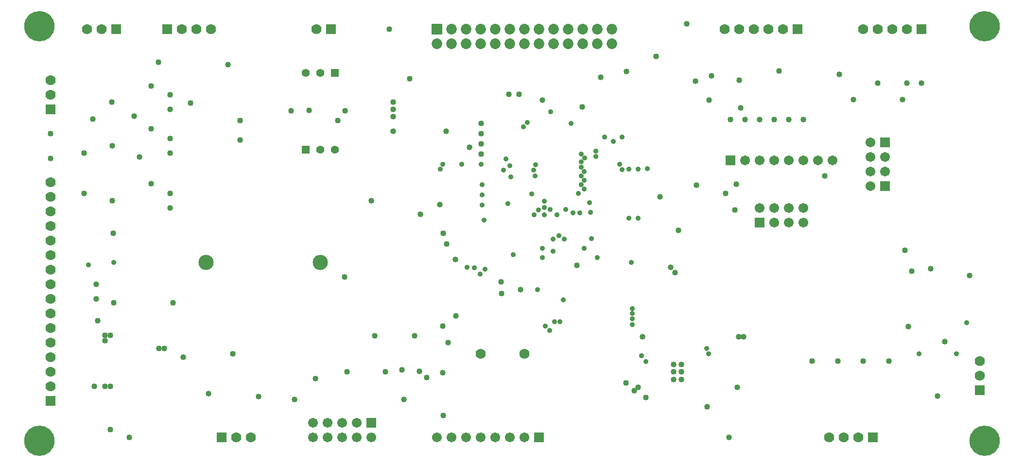
<source format=gbs>
G04 Layer_Color=16711935*
%FSLAX25Y25*%
%MOIN*%
G70*
G01*
G75*
%ADD151C,0.05524*%
%ADD152R,0.05524X0.05524*%
%ADD153C,0.07296*%
%ADD154R,0.07296X0.07296*%
%ADD155C,0.10446*%
%ADD156R,0.06706X0.06706*%
%ADD157C,0.06706*%
%ADD158C,0.20800*%
%ADD159C,0.03600*%
%ADD160R,0.06706X0.06706*%
%ADD161R,0.07000X0.07000*%
%ADD162C,0.07000*%
%ADD163R,0.07000X0.07000*%
%ADD164C,0.04001*%
%ADD165C,0.04000*%
G54D151*
X175000Y225000D02*
D03*
X185000D02*
D03*
X195000Y172500D02*
D03*
X185000D02*
D03*
G54D152*
X195000Y225000D02*
D03*
X175000Y172500D02*
D03*
G54D153*
X385000Y255000D02*
D03*
Y245000D02*
D03*
X375000Y255000D02*
D03*
Y245000D02*
D03*
X365000Y255000D02*
D03*
Y245000D02*
D03*
X355000Y255000D02*
D03*
Y245000D02*
D03*
X345000Y255000D02*
D03*
Y245000D02*
D03*
X335000Y255000D02*
D03*
Y245000D02*
D03*
X325000Y255000D02*
D03*
Y245000D02*
D03*
X315000Y255000D02*
D03*
Y245000D02*
D03*
X305000Y255000D02*
D03*
Y245000D02*
D03*
X295000Y255000D02*
D03*
Y245000D02*
D03*
X285000Y255000D02*
D03*
Y245000D02*
D03*
X275000Y255000D02*
D03*
Y245000D02*
D03*
X265000D02*
D03*
G54D154*
Y255000D02*
D03*
G54D155*
X106653Y95000D02*
D03*
X185000D02*
D03*
G54D156*
X572500Y147500D02*
D03*
Y177500D02*
D03*
G54D157*
Y157500D02*
D03*
Y167500D02*
D03*
X562500Y147500D02*
D03*
Y157500D02*
D03*
Y167500D02*
D03*
Y177500D02*
D03*
X486500Y132500D02*
D03*
X496500Y122500D02*
D03*
Y132500D02*
D03*
X506500Y122500D02*
D03*
Y132500D02*
D03*
X516500Y122500D02*
D03*
Y132500D02*
D03*
X210000Y-15000D02*
D03*
X200000D02*
D03*
X190000D02*
D03*
X180000D02*
D03*
X220000Y-25000D02*
D03*
X210000D02*
D03*
X200000D02*
D03*
X190000D02*
D03*
X180000D02*
D03*
X265000D02*
D03*
X275000D02*
D03*
X285000D02*
D03*
X295000D02*
D03*
X305000D02*
D03*
X315000D02*
D03*
X325000D02*
D03*
X476500Y165000D02*
D03*
X486500D02*
D03*
X496500D02*
D03*
X506500D02*
D03*
X516500D02*
D03*
X526500D02*
D03*
X536500D02*
D03*
G54D158*
X-7500Y257000D02*
D03*
Y-27200D02*
D03*
X640700D02*
D03*
Y257000D02*
D03*
G54D159*
X-2000Y251500D02*
D03*
X-13000D02*
D03*
X-2000Y262500D02*
D03*
X-13000D02*
D03*
X-15500Y257000D02*
D03*
X-7500Y249000D02*
D03*
X500Y257000D02*
D03*
X-7500Y265000D02*
D03*
Y-19200D02*
D03*
X500Y-27200D02*
D03*
X-7500Y-35200D02*
D03*
X-15500Y-27200D02*
D03*
X-13000Y-21700D02*
D03*
X-2000D02*
D03*
X-13000Y-32700D02*
D03*
X-2000D02*
D03*
X640700Y-19200D02*
D03*
X648700Y-27200D02*
D03*
X640700Y-35200D02*
D03*
X632700Y-27200D02*
D03*
X635200Y-21700D02*
D03*
X646200D02*
D03*
X635200Y-32700D02*
D03*
X646200D02*
D03*
X640700Y265000D02*
D03*
X648700Y257000D02*
D03*
X640700Y249000D02*
D03*
X632700Y257000D02*
D03*
X635200Y262500D02*
D03*
X646200D02*
D03*
X635200Y251500D02*
D03*
X646200D02*
D03*
X26193Y93307D02*
D03*
X595847Y32346D02*
D03*
X621457Y32543D02*
D03*
X403150Y125550D02*
D03*
X396850Y125550D02*
D03*
X403150Y158950D02*
D03*
X396850Y158950D02*
D03*
X374000Y167700D02*
D03*
X366500Y166800D02*
D03*
X366000Y157500D02*
D03*
X310600Y158400D02*
D03*
X315200Y161600D02*
D03*
X282100Y162500D02*
D03*
X269100Y162400D02*
D03*
X267300Y159000D02*
D03*
X370216Y129417D02*
D03*
X371100Y111300D02*
D03*
X369820Y136221D02*
D03*
X331800Y127700D02*
D03*
X338800Y137000D02*
D03*
X363000Y129000D02*
D03*
X334700Y131100D02*
D03*
X331400Y158500D02*
D03*
X450000Y36000D02*
D03*
X451500Y32500D02*
D03*
X357000Y190500D02*
D03*
X392000Y181000D02*
D03*
X390500Y162500D02*
D03*
X392000Y158900D02*
D03*
X409500Y159500D02*
D03*
X380000Y181000D02*
D03*
X386000Y178000D02*
D03*
X343000Y198500D02*
D03*
X332600Y162100D02*
D03*
X352500Y111200D02*
D03*
X348563Y113337D02*
D03*
X344626Y111174D02*
D03*
X317500Y100500D02*
D03*
X296000Y148500D02*
D03*
Y141500D02*
D03*
Y134500D02*
D03*
X297500Y124000D02*
D03*
X334000Y76500D02*
D03*
X366150Y104650D02*
D03*
X337500Y98350D02*
D03*
X295500Y162500D02*
D03*
X315563Y153937D02*
D03*
X312500Y166000D02*
D03*
X313700Y135300D02*
D03*
X332400Y154600D02*
D03*
X337350Y104650D02*
D03*
X344701Y102799D02*
D03*
X342600Y131400D02*
D03*
X374000Y171500D02*
D03*
X364000Y164100D02*
D03*
Y169500D02*
D03*
Y160500D02*
D03*
X347500Y127800D02*
D03*
X358500Y129000D02*
D03*
X327000Y191000D02*
D03*
X324500Y188000D02*
D03*
X338720Y127720D02*
D03*
X364000Y148500D02*
D03*
X366000Y145500D02*
D03*
Y151500D02*
D03*
X364000Y154500D02*
D03*
X351800Y69500D02*
D03*
X338800Y132700D02*
D03*
X362000Y142500D02*
D03*
X285600Y91800D02*
D03*
X294700Y87100D02*
D03*
X290800Y91500D02*
D03*
X297900Y90600D02*
D03*
X405500Y31000D02*
D03*
X408500Y27100D02*
D03*
X398500Y95000D02*
D03*
X399000Y63600D02*
D03*
X374900Y98500D02*
D03*
X342500Y48500D02*
D03*
X349400Y54600D02*
D03*
X339500Y51500D02*
D03*
X345600Y54600D02*
D03*
X399000Y60000D02*
D03*
Y56400D02*
D03*
Y52600D02*
D03*
X330074Y142126D02*
D03*
X353300Y131500D02*
D03*
X628260Y53740D02*
D03*
X43500Y95000D02*
D03*
G54D160*
X486500Y122500D02*
D03*
X220000Y-15000D02*
D03*
X335000Y-25000D02*
D03*
X466500Y165000D02*
D03*
G54D161*
X0Y200000D02*
D03*
Y0D02*
D03*
X637500Y7500D02*
D03*
G54D162*
X0Y210000D02*
D03*
Y220000D02*
D03*
X35000Y255000D02*
D03*
X25000D02*
D03*
X0Y50000D02*
D03*
Y20000D02*
D03*
Y10000D02*
D03*
Y30000D02*
D03*
Y40000D02*
D03*
Y90000D02*
D03*
Y80000D02*
D03*
Y60000D02*
D03*
Y70000D02*
D03*
Y100000D02*
D03*
Y140000D02*
D03*
Y130000D02*
D03*
Y110000D02*
D03*
Y120000D02*
D03*
Y150000D02*
D03*
X127500Y-25000D02*
D03*
X137500D02*
D03*
X110000Y255000D02*
D03*
X100000D02*
D03*
X90000D02*
D03*
X534000Y-25000D02*
D03*
X544000D02*
D03*
X554000D02*
D03*
X182500Y255000D02*
D03*
X325000Y32500D02*
D03*
X295000D02*
D03*
X637500Y17500D02*
D03*
Y27500D02*
D03*
X577500Y255000D02*
D03*
X587500D02*
D03*
X567500D02*
D03*
X557500D02*
D03*
X462500D02*
D03*
X492500D02*
D03*
X502500D02*
D03*
X482500D02*
D03*
X472500D02*
D03*
G54D163*
X45000D02*
D03*
X117500Y-25000D02*
D03*
X80000Y255000D02*
D03*
X564000Y-25000D02*
D03*
X192500Y255000D02*
D03*
X597500D02*
D03*
X512500D02*
D03*
G54D164*
X432756Y25118D02*
D03*
Y20000D02*
D03*
X427244Y14882D02*
D03*
Y20000D02*
D03*
X432756Y14882D02*
D03*
G54D165*
X427244Y25118D02*
D03*
X37500Y10000D02*
D03*
X41000D02*
D03*
Y45000D02*
D03*
X37500D02*
D03*
Y41500D02*
D03*
X78000Y36000D02*
D03*
X74500D02*
D03*
X400500Y7000D02*
D03*
X403000Y9500D02*
D03*
X475500Y44000D02*
D03*
X472000D02*
D03*
X121850Y230650D02*
D03*
X96150Y204350D02*
D03*
X32500Y55000D02*
D03*
X30000Y10000D02*
D03*
X41201Y-19701D02*
D03*
X54000Y-25000D02*
D03*
X465500D02*
D03*
X588457Y51043D02*
D03*
X167500Y1000D02*
D03*
X258150Y16150D02*
D03*
X242500Y1000D02*
D03*
X108500Y5000D02*
D03*
X246500Y221000D02*
D03*
X235000Y205000D02*
D03*
X443000Y148000D02*
D03*
X436240Y258740D02*
D03*
X415500Y236500D02*
D03*
X395000Y226000D02*
D03*
X377500Y222000D02*
D03*
X442500Y219300D02*
D03*
X428300Y88200D02*
D03*
X451800Y206500D02*
D03*
X425400Y91900D02*
D03*
X361000Y93000D02*
D03*
X278000Y58600D02*
D03*
X272740Y40140D02*
D03*
X235000Y185000D02*
D03*
Y200000D02*
D03*
X430551Y116949D02*
D03*
X364850Y201650D02*
D03*
X337500Y206500D02*
D03*
X630500Y86200D02*
D03*
X469299Y131201D02*
D03*
X453248Y223252D02*
D03*
X472500Y220000D02*
D03*
X499543Y226457D02*
D03*
X473248Y201252D02*
D03*
X550654Y206653D02*
D03*
X584346D02*
D03*
X597500Y218000D02*
D03*
X587500Y218000D02*
D03*
X567500Y218000D02*
D03*
X540957Y223957D02*
D03*
X516500Y193000D02*
D03*
X506500D02*
D03*
X496500D02*
D03*
X486500D02*
D03*
X476500D02*
D03*
X466500D02*
D03*
X608457Y3457D02*
D03*
X590846Y89153D02*
D03*
X603642Y90858D02*
D03*
X322500Y76500D02*
D03*
X309154Y81653D02*
D03*
X309260Y73740D02*
D03*
X269043Y51457D02*
D03*
X287500Y174000D02*
D03*
X295500Y169500D02*
D03*
Y176500D02*
D03*
Y183500D02*
D03*
Y190500D02*
D03*
X321500Y210500D02*
D03*
X314500D02*
D03*
X277748Y97252D02*
D03*
X269500Y115000D02*
D03*
X253740Y128240D02*
D03*
X267106Y134606D02*
D03*
X220087Y137500D02*
D03*
X201791Y85000D02*
D03*
X232500Y255000D02*
D03*
X23000Y142500D02*
D03*
Y170000D02*
D03*
X69153Y149153D02*
D03*
Y186653D02*
D03*
X82000Y132500D02*
D03*
Y142500D02*
D03*
Y170000D02*
D03*
Y180000D02*
D03*
Y200000D02*
D03*
X0Y166500D02*
D03*
Y183500D02*
D03*
X91154Y30154D02*
D03*
X31500Y80000D02*
D03*
X203260Y20240D02*
D03*
X142650Y3150D02*
D03*
X229740Y20260D02*
D03*
X241000Y21500D02*
D03*
X253000Y20500D02*
D03*
X269000Y19500D02*
D03*
X42000Y205000D02*
D03*
X28957Y193457D02*
D03*
X82000Y210000D02*
D03*
X181850Y15350D02*
D03*
X269500Y-10000D02*
D03*
X222260Y44760D02*
D03*
X249740Y44740D02*
D03*
X394800Y12300D02*
D03*
X408500Y2500D02*
D03*
X471000Y9500D02*
D03*
X450500Y-4000D02*
D03*
X522500Y27500D02*
D03*
X540000D02*
D03*
X557500D02*
D03*
X575000D02*
D03*
X42500Y175000D02*
D03*
X69153Y216154D02*
D03*
X57224Y195476D02*
D03*
X60884Y167600D02*
D03*
X235000Y195000D02*
D03*
X271500Y185000D02*
D03*
X418051Y140051D02*
D03*
X586100Y103500D02*
D03*
X463051Y142551D02*
D03*
X531100Y154500D02*
D03*
X271800Y107700D02*
D03*
X470500Y148700D02*
D03*
X406000Y44000D02*
D03*
X613268Y40768D02*
D03*
X31500Y70000D02*
D03*
X42500Y137500D02*
D03*
X125000Y32500D02*
D03*
X84000Y67500D02*
D03*
X43500D02*
D03*
X74000Y232500D02*
D03*
X43000Y115000D02*
D03*
X130000Y192500D02*
D03*
X130043Y178957D02*
D03*
X165154Y199153D02*
D03*
X177347Y199500D02*
D03*
X197000Y192500D02*
D03*
X202000Y199000D02*
D03*
M02*

</source>
